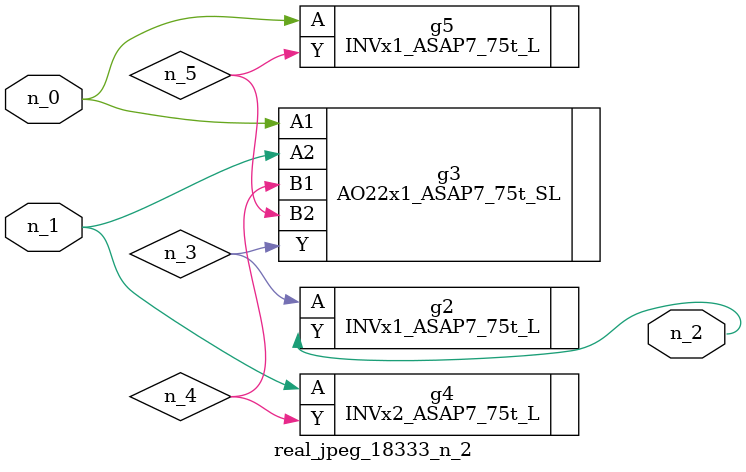
<source format=v>
module real_jpeg_18333_n_2 (n_1, n_0, n_2);

input n_1;
input n_0;

output n_2;

wire n_5;
wire n_4;
wire n_3;

AO22x1_ASAP7_75t_SL g3 ( 
.A1(n_0),
.A2(n_1),
.B1(n_4),
.B2(n_5),
.Y(n_3)
);

INVx1_ASAP7_75t_L g5 ( 
.A(n_0),
.Y(n_5)
);

INVx2_ASAP7_75t_L g4 ( 
.A(n_1),
.Y(n_4)
);

INVx1_ASAP7_75t_L g2 ( 
.A(n_3),
.Y(n_2)
);


endmodule
</source>
